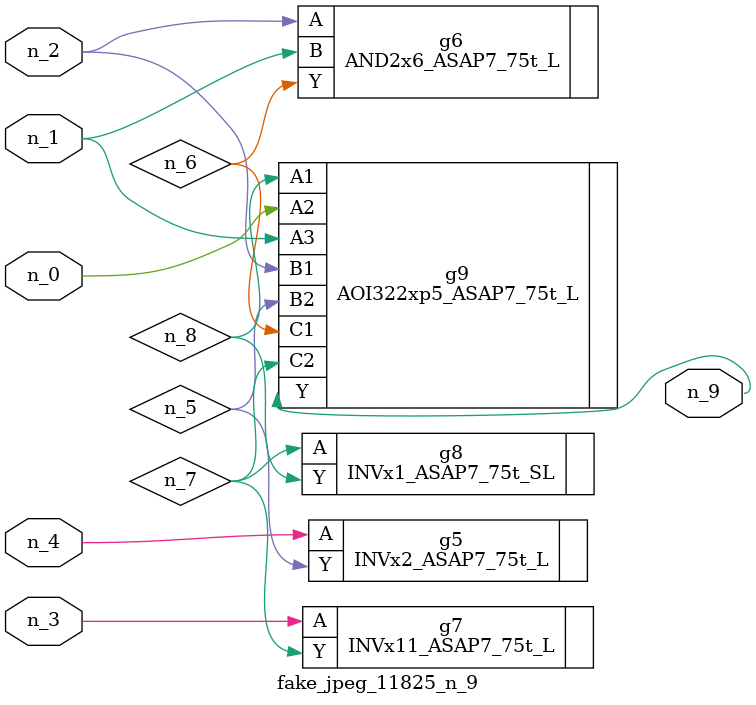
<source format=v>
module fake_jpeg_11825_n_9 (n_3, n_2, n_1, n_0, n_4, n_9);

input n_3;
input n_2;
input n_1;
input n_0;
input n_4;

output n_9;

wire n_8;
wire n_6;
wire n_5;
wire n_7;

INVx2_ASAP7_75t_L g5 ( 
.A(n_4),
.Y(n_5)
);

AND2x6_ASAP7_75t_L g6 ( 
.A(n_2),
.B(n_1),
.Y(n_6)
);

INVx11_ASAP7_75t_L g7 ( 
.A(n_3),
.Y(n_7)
);

INVx1_ASAP7_75t_SL g8 ( 
.A(n_7),
.Y(n_8)
);

AOI322xp5_ASAP7_75t_L g9 ( 
.A1(n_8),
.A2(n_0),
.A3(n_1),
.B1(n_2),
.B2(n_5),
.C1(n_6),
.C2(n_7),
.Y(n_9)
);


endmodule
</source>
